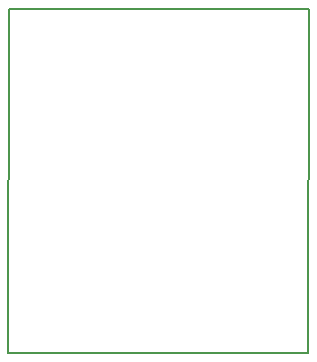
<source format=gbr>
G04 DipTrace 3.1.0.1*
G04 BoardOutline.gbr*
%MOIN*%
G04 #@! TF.FileFunction,Profile*
G04 #@! TF.Part,Single*
%ADD11C,0.005512*%
%FSLAX26Y26*%
G04*
G70*
G90*
G75*
G01*
G04 BoardOutline*
%LPD*%
X396457Y1537795D2*
D11*
X1394488D1*
X1393701Y393701D1*
X393701D1*
X396457Y1537795D1*
M02*

</source>
